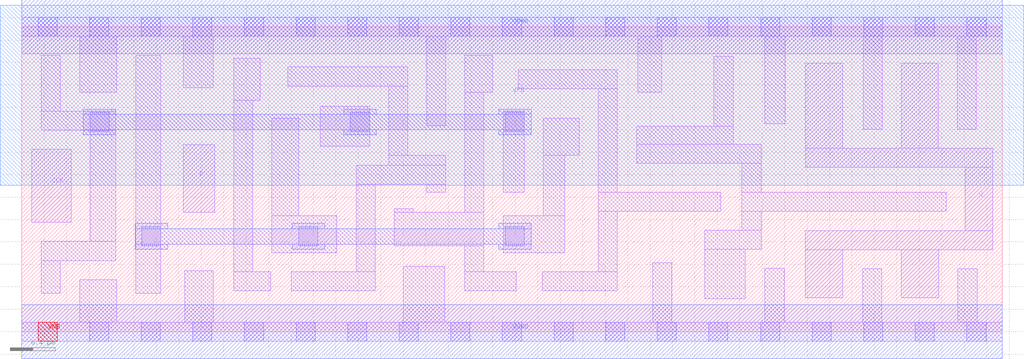
<source format=lef>
# Copyright 2020 The SkyWater PDK Authors
#
# Licensed under the Apache License, Version 2.0 (the "License");
# you may not use this file except in compliance with the License.
# You may obtain a copy of the License at
#
#     https://www.apache.org/licenses/LICENSE-2.0
#
# Unless required by applicable law or agreed to in writing, software
# distributed under the License is distributed on an "AS IS" BASIS,
# WITHOUT WARRANTIES OR CONDITIONS OF ANY KIND, either express or implied.
# See the License for the specific language governing permissions and
# limitations under the License.
#
# SPDX-License-Identifier: Apache-2.0

VERSION 5.7 ;
  NOWIREEXTENSIONATPIN ON ;
  DIVIDERCHAR "/" ;
  BUSBITCHARS "[]" ;
MACRO sky130_fd_sc_hd__dfxtp_4
  CLASS CORE ;
  FOREIGN sky130_fd_sc_hd__dfxtp_4 ;
  ORIGIN  0.000000  0.000000 ;
  SIZE  8.740000 BY  2.720000 ;
  SYMMETRY X Y R90 ;
  SITE unithd ;
  PIN D
    ANTENNAGATEAREA  0.126000 ;
    DIRECTION INPUT ;
    USE SIGNAL ;
    PORT
      LAYER li1 ;
        RECT 1.440000 1.065000 1.720000 1.665000 ;
    END
  END D
  PIN Q
    ANTENNADIFFAREA  0.891000 ;
    DIRECTION OUTPUT ;
    USE SIGNAL ;
    PORT
      LAYER li1 ;
        RECT 6.985000 0.305000 7.320000 0.730000 ;
        RECT 6.985000 0.730000 8.655000 0.900000 ;
        RECT 6.985000 1.465000 8.655000 1.635000 ;
        RECT 6.985000 1.635000 7.320000 2.395000 ;
        RECT 7.840000 0.305000 8.175000 0.730000 ;
        RECT 7.840000 1.635000 8.170000 2.395000 ;
        RECT 8.410000 0.900000 8.655000 1.465000 ;
    END
  END Q
  PIN VNB
    PORT
      LAYER pwell ;
        RECT 0.145000 -0.085000 0.315000 0.085000 ;
    END
  END VNB
  PIN VPB
    PORT
      LAYER nwell ;
        RECT -0.190000 1.305000 8.930000 2.910000 ;
    END
  END VPB
  PIN CLK
    ANTENNAGATEAREA  0.159000 ;
    DIRECTION INPUT ;
    USE CLOCK ;
    PORT
      LAYER li1 ;
        RECT 0.090000 0.975000 0.440000 1.625000 ;
    END
  END CLK
  PIN VGND
    DIRECTION INOUT ;
    SHAPE ABUTMENT ;
    USE GROUND ;
    PORT
      LAYER met1 ;
        RECT 0.000000 -0.240000 8.740000 0.240000 ;
    END
  END VGND
  PIN VPWR
    DIRECTION INOUT ;
    SHAPE ABUTMENT ;
    USE POWER ;
    PORT
      LAYER met1 ;
        RECT 0.000000 2.480000 8.740000 2.960000 ;
    END
  END VPWR
  OBS
    LAYER li1 ;
      RECT 0.000000 -0.085000 8.740000 0.085000 ;
      RECT 0.000000  2.635000 8.740000 2.805000 ;
      RECT 0.175000  0.345000 0.345000 0.635000 ;
      RECT 0.175000  0.635000 0.840000 0.805000 ;
      RECT 0.175000  1.795000 0.840000 1.965000 ;
      RECT 0.175000  1.965000 0.345000 2.465000 ;
      RECT 0.515000  0.085000 0.845000 0.465000 ;
      RECT 0.515000  2.135000 0.845000 2.635000 ;
      RECT 0.610000  0.805000 0.840000 1.795000 ;
      RECT 1.015000  0.345000 1.240000 2.465000 ;
      RECT 1.440000  2.175000 1.705000 2.635000 ;
      RECT 1.455000  0.085000 1.705000 0.545000 ;
      RECT 1.890000  0.365000 2.220000 0.535000 ;
      RECT 1.890000  0.535000 2.060000 2.065000 ;
      RECT 1.890000  2.065000 2.125000 2.440000 ;
      RECT 2.230000  0.705000 2.810000 1.035000 ;
      RECT 2.230000  1.035000 2.470000 1.905000 ;
      RECT 2.370000  2.190000 3.440000 2.360000 ;
      RECT 2.400000  0.365000 3.150000 0.535000 ;
      RECT 2.660000  1.655000 3.100000 2.010000 ;
      RECT 2.980000  0.535000 3.150000 1.315000 ;
      RECT 2.980000  1.315000 3.780000 1.485000 ;
      RECT 3.270000  1.485000 3.780000 1.575000 ;
      RECT 3.270000  1.575000 3.440000 2.190000 ;
      RECT 3.320000  0.765000 4.120000 1.065000 ;
      RECT 3.320000  1.065000 3.490000 1.095000 ;
      RECT 3.400000  0.085000 3.770000 0.585000 ;
      RECT 3.610000  1.245000 3.780000 1.315000 ;
      RECT 3.610000  1.835000 3.780000 2.635000 ;
      RECT 3.950000  0.365000 4.410000 0.535000 ;
      RECT 3.950000  0.535000 4.120000 0.765000 ;
      RECT 3.950000  1.065000 4.120000 2.135000 ;
      RECT 3.950000  2.135000 4.200000 2.465000 ;
      RECT 4.290000  0.705000 4.840000 1.035000 ;
      RECT 4.290000  1.245000 4.480000 1.965000 ;
      RECT 4.425000  2.165000 5.310000 2.335000 ;
      RECT 4.640000  0.365000 5.310000 0.535000 ;
      RECT 4.650000  1.035000 4.840000 1.575000 ;
      RECT 4.650000  1.575000 4.970000 1.905000 ;
      RECT 5.140000  0.535000 5.310000 1.075000 ;
      RECT 5.140000  1.075000 6.230000 1.245000 ;
      RECT 5.140000  1.245000 5.310000 2.165000 ;
      RECT 5.480000  1.500000 6.590000 1.670000 ;
      RECT 5.480000  1.670000 6.340000 1.830000 ;
      RECT 5.490000  2.135000 5.705000 2.635000 ;
      RECT 5.625000  0.085000 5.795000 0.615000 ;
      RECT 6.090000  0.295000 6.450000 0.735000 ;
      RECT 6.090000  0.735000 6.590000 0.905000 ;
      RECT 6.170000  1.830000 6.340000 2.455000 ;
      RECT 6.420000  0.905000 6.590000 1.075000 ;
      RECT 6.420000  1.075000 8.240000 1.245000 ;
      RECT 6.420000  1.245000 6.590000 1.500000 ;
      RECT 6.625000  0.085000 6.795000 0.565000 ;
      RECT 6.625000  1.855000 6.805000 2.635000 ;
      RECT 7.495000  0.085000 7.665000 0.560000 ;
      RECT 7.500000  1.805000 7.670000 2.635000 ;
      RECT 8.340000  1.805000 8.510000 2.635000 ;
      RECT 8.345000  0.085000 8.515000 0.560000 ;
    LAYER mcon ;
      RECT 0.145000 -0.085000 0.315000 0.085000 ;
      RECT 0.145000  2.635000 0.315000 2.805000 ;
      RECT 0.605000 -0.085000 0.775000 0.085000 ;
      RECT 0.605000  2.635000 0.775000 2.805000 ;
      RECT 0.610000  1.785000 0.780000 1.955000 ;
      RECT 1.065000 -0.085000 1.235000 0.085000 ;
      RECT 1.065000  2.635000 1.235000 2.805000 ;
      RECT 1.070000  0.765000 1.240000 0.935000 ;
      RECT 1.525000 -0.085000 1.695000 0.085000 ;
      RECT 1.525000  2.635000 1.695000 2.805000 ;
      RECT 1.985000 -0.085000 2.155000 0.085000 ;
      RECT 1.985000  2.635000 2.155000 2.805000 ;
      RECT 2.445000 -0.085000 2.615000 0.085000 ;
      RECT 2.445000  2.635000 2.615000 2.805000 ;
      RECT 2.470000  0.765000 2.640000 0.935000 ;
      RECT 2.905000 -0.085000 3.075000 0.085000 ;
      RECT 2.905000  2.635000 3.075000 2.805000 ;
      RECT 2.930000  1.785000 3.100000 1.955000 ;
      RECT 3.365000 -0.085000 3.535000 0.085000 ;
      RECT 3.365000  2.635000 3.535000 2.805000 ;
      RECT 3.825000 -0.085000 3.995000 0.085000 ;
      RECT 3.825000  2.635000 3.995000 2.805000 ;
      RECT 4.285000 -0.085000 4.455000 0.085000 ;
      RECT 4.285000  2.635000 4.455000 2.805000 ;
      RECT 4.310000  0.765000 4.480000 0.935000 ;
      RECT 4.310000  1.785000 4.480000 1.955000 ;
      RECT 4.745000 -0.085000 4.915000 0.085000 ;
      RECT 4.745000  2.635000 4.915000 2.805000 ;
      RECT 5.205000 -0.085000 5.375000 0.085000 ;
      RECT 5.205000  2.635000 5.375000 2.805000 ;
      RECT 5.665000 -0.085000 5.835000 0.085000 ;
      RECT 5.665000  2.635000 5.835000 2.805000 ;
      RECT 6.125000 -0.085000 6.295000 0.085000 ;
      RECT 6.125000  2.635000 6.295000 2.805000 ;
      RECT 6.585000 -0.085000 6.755000 0.085000 ;
      RECT 6.585000  2.635000 6.755000 2.805000 ;
      RECT 7.045000 -0.085000 7.215000 0.085000 ;
      RECT 7.045000  2.635000 7.215000 2.805000 ;
      RECT 7.505000 -0.085000 7.675000 0.085000 ;
      RECT 7.505000  2.635000 7.675000 2.805000 ;
      RECT 7.965000 -0.085000 8.135000 0.085000 ;
      RECT 7.965000  2.635000 8.135000 2.805000 ;
      RECT 8.425000 -0.085000 8.595000 0.085000 ;
      RECT 8.425000  2.635000 8.595000 2.805000 ;
    LAYER met1 ;
      RECT 0.550000 1.755000 0.840000 1.800000 ;
      RECT 0.550000 1.800000 4.540000 1.940000 ;
      RECT 0.550000 1.940000 0.840000 1.985000 ;
      RECT 1.010000 0.735000 1.300000 0.780000 ;
      RECT 1.010000 0.780000 4.540000 0.920000 ;
      RECT 1.010000 0.920000 1.300000 0.965000 ;
      RECT 2.410000 0.735000 2.700000 0.780000 ;
      RECT 2.410000 0.920000 2.700000 0.965000 ;
      RECT 2.870000 1.755000 3.160000 1.800000 ;
      RECT 2.870000 1.940000 3.160000 1.985000 ;
      RECT 4.250000 0.735000 4.540000 0.780000 ;
      RECT 4.250000 0.920000 4.540000 0.965000 ;
      RECT 4.250000 1.755000 4.540000 1.800000 ;
      RECT 4.250000 1.940000 4.540000 1.985000 ;
  END
END sky130_fd_sc_hd__dfxtp_4
END LIBRARY

</source>
